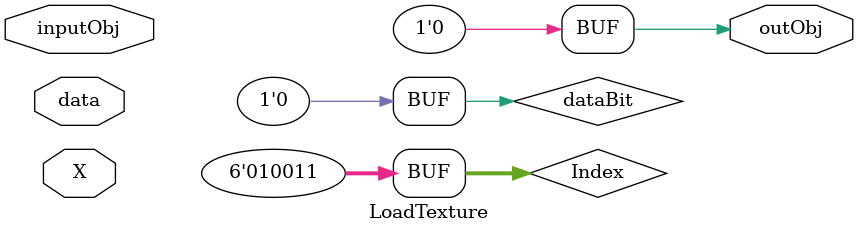
<source format=v>
`timescale 1ns / 1ps
module LoadTexture(
    input [9:0]X,
    input inputObj,
    input [19:0]data,
    output outObj
    );
    reg [5:0]Index;
    reg dataBit;
    initial begin
        dataBit = 0;
        Index = 19;
    end
    
    always @ (X) begin
        if(flag) begin
            
        end
    end
    
    assign outObj = dataBit & inputObj;
endmodule

</source>
